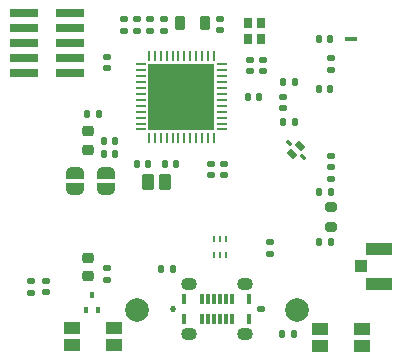
<source format=gbr>
%TF.GenerationSoftware,KiCad,Pcbnew,7.0.7*%
%TF.CreationDate,2023-11-09T15:37:00-05:00*%
%TF.ProjectId,Occupancy_Sensor-A,4f636375-7061-46e6-9379-5f53656e736f,rev?*%
%TF.SameCoordinates,Original*%
%TF.FileFunction,Soldermask,Top*%
%TF.FilePolarity,Negative*%
%FSLAX46Y46*%
G04 Gerber Fmt 4.6, Leading zero omitted, Abs format (unit mm)*
G04 Created by KiCad (PCBNEW 7.0.7) date 2023-11-09 15:37:00*
%MOMM*%
%LPD*%
G01*
G04 APERTURE LIST*
G04 Aperture macros list*
%AMRoundRect*
0 Rectangle with rounded corners*
0 $1 Rounding radius*
0 $2 $3 $4 $5 $6 $7 $8 $9 X,Y pos of 4 corners*
0 Add a 4 corners polygon primitive as box body*
4,1,4,$2,$3,$4,$5,$6,$7,$8,$9,$2,$3,0*
0 Add four circle primitives for the rounded corners*
1,1,$1+$1,$2,$3*
1,1,$1+$1,$4,$5*
1,1,$1+$1,$6,$7*
1,1,$1+$1,$8,$9*
0 Add four rect primitives between the rounded corners*
20,1,$1+$1,$2,$3,$4,$5,0*
20,1,$1+$1,$4,$5,$6,$7,0*
20,1,$1+$1,$6,$7,$8,$9,0*
20,1,$1+$1,$8,$9,$2,$3,0*%
%AMRotRect*
0 Rectangle, with rotation*
0 The origin of the aperture is its center*
0 $1 length*
0 $2 width*
0 $3 Rotation angle, in degrees counterclockwise*
0 Add horizontal line*
21,1,$1,$2,0,0,$3*%
%AMFreePoly0*
4,1,19,0.500000,-0.750000,0.000000,-0.750000,0.000000,-0.744911,-0.071157,-0.744911,-0.207708,-0.704816,-0.327430,-0.627875,-0.420627,-0.520320,-0.479746,-0.390866,-0.500000,-0.250000,-0.500000,0.250000,-0.479746,0.390866,-0.420627,0.520320,-0.327430,0.627875,-0.207708,0.704816,-0.071157,0.744911,0.000000,0.744911,0.000000,0.750000,0.500000,0.750000,0.500000,-0.750000,0.500000,-0.750000,
$1*%
%AMFreePoly1*
4,1,19,0.000000,0.744911,0.071157,0.744911,0.207708,0.704816,0.327430,0.627875,0.420627,0.520320,0.479746,0.390866,0.500000,0.250000,0.500000,-0.250000,0.479746,-0.390866,0.420627,-0.520320,0.327430,-0.627875,0.207708,-0.704816,0.071157,-0.744911,0.000000,-0.744911,0.000000,-0.750000,-0.500000,-0.750000,-0.500000,0.750000,0.000000,0.750000,0.000000,0.744911,0.000000,0.744911,
$1*%
G04 Aperture macros list end*
%ADD10RoundRect,0.147500X0.172500X-0.147500X0.172500X0.147500X-0.172500X0.147500X-0.172500X-0.147500X0*%
%ADD11RotRect,0.500000X0.300000X315.000000*%
%ADD12RotRect,0.800000X0.500000X315.000000*%
%ADD13C,2.000000*%
%ADD14R,0.400000X0.510000*%
%ADD15C,0.520000*%
%ADD16O,0.720000X0.520000*%
%ADD17R,0.300000X0.870000*%
%ADD18O,1.350000X1.100000*%
%ADD19R,1.050000X1.000000*%
%ADD20R,2.200000X1.050000*%
%ADD21R,1.400000X1.050000*%
%ADD22FreePoly0,270.000000*%
%ADD23FreePoly1,270.000000*%
%ADD24RoundRect,0.218750X0.256250X-0.218750X0.256250X0.218750X-0.256250X0.218750X-0.256250X-0.218750X0*%
%ADD25RoundRect,0.140000X-0.140000X-0.170000X0.140000X-0.170000X0.140000X0.170000X-0.140000X0.170000X0*%
%ADD26RoundRect,0.147500X-0.172500X0.147500X-0.172500X-0.147500X0.172500X-0.147500X0.172500X0.147500X0*%
%ADD27RoundRect,0.140000X-0.170000X0.140000X-0.170000X-0.140000X0.170000X-0.140000X0.170000X0.140000X0*%
%ADD28RoundRect,0.135000X0.185000X-0.135000X0.185000X0.135000X-0.185000X0.135000X-0.185000X-0.135000X0*%
%ADD29RoundRect,0.140000X0.140000X0.170000X-0.140000X0.170000X-0.140000X-0.170000X0.140000X-0.170000X0*%
%ADD30R,0.250000X0.600000*%
%ADD31RoundRect,0.075000X0.300000X-0.350000X0.300000X0.350000X-0.300000X0.350000X-0.300000X-0.350000X0*%
%ADD32RoundRect,0.140000X0.170000X-0.140000X0.170000X0.140000X-0.170000X0.140000X-0.170000X-0.140000X0*%
%ADD33RoundRect,0.135000X-0.135000X-0.185000X0.135000X-0.185000X0.135000X0.185000X-0.135000X0.185000X0*%
%ADD34R,2.400000X0.740000*%
%ADD35RoundRect,0.135000X-0.185000X0.135000X-0.185000X-0.135000X0.185000X-0.135000X0.185000X0.135000X0*%
%ADD36RoundRect,0.135000X0.135000X0.185000X-0.135000X0.185000X-0.135000X-0.185000X0.135000X-0.185000X0*%
%ADD37RoundRect,0.062500X0.062500X-0.375000X0.062500X0.375000X-0.062500X0.375000X-0.062500X-0.375000X0*%
%ADD38RoundRect,0.062500X0.375000X-0.062500X0.375000X0.062500X-0.375000X0.062500X-0.375000X-0.062500X0*%
%ADD39R,5.600000X5.600000*%
%ADD40RoundRect,0.100000X0.400000X0.550000X-0.400000X0.550000X-0.400000X-0.550000X0.400000X-0.550000X0*%
%ADD41RoundRect,0.218750X0.218750X0.381250X-0.218750X0.381250X-0.218750X-0.381250X0.218750X-0.381250X0*%
%ADD42RoundRect,0.100000X-0.400000X0.100000X-0.400000X-0.100000X0.400000X-0.100000X0.400000X0.100000X0*%
%ADD43RoundRect,0.200000X-0.275000X0.200000X-0.275000X-0.200000X0.275000X-0.200000X0.275000X0.200000X0*%
G04 APERTURE END LIST*
D10*
%TO.C,L5*%
X157630000Y-105885000D03*
X157630000Y-104915000D03*
%TD*%
D11*
%TO.C,U8*%
X154098959Y-112098959D03*
D12*
X154381802Y-113018198D03*
D11*
X155301041Y-113301041D03*
D12*
X155018198Y-112381802D03*
%TD*%
D13*
%TO.C,TP1*%
X141200000Y-126200000D03*
%TD*%
%TO.C,TP2*%
X154800000Y-126200000D03*
%TD*%
D14*
%TO.C,Q6*%
X137400000Y-124955000D03*
X137900000Y-126245000D03*
X136900000Y-126245000D03*
%TD*%
D15*
%TO.C,J4*%
X144250000Y-126150000D03*
D16*
X151750000Y-126150000D03*
D17*
X145250000Y-125285000D03*
X146750000Y-125285000D03*
X147250000Y-125285000D03*
X147750000Y-125285000D03*
X148250000Y-125285000D03*
X148750000Y-125285000D03*
X149250000Y-125285000D03*
X150750000Y-125285000D03*
X150750000Y-127015000D03*
X149250000Y-127015000D03*
X148750000Y-127015000D03*
X148250000Y-127015000D03*
X147750000Y-127015000D03*
X147250000Y-127015000D03*
X146750000Y-127015000D03*
X145250000Y-127015000D03*
D18*
X145600000Y-124000000D03*
X145600000Y-128300000D03*
X150400000Y-124000000D03*
X150400000Y-128300000D03*
%TD*%
D19*
%TO.C,J3*%
X160225000Y-122550000D03*
D20*
X161750000Y-121075000D03*
X161750000Y-124025000D03*
%TD*%
D21*
%TO.C,SW2*%
X139300000Y-129225000D03*
X135700000Y-129225000D03*
X139300000Y-127775000D03*
X135700000Y-127775000D03*
%TD*%
%TO.C,SW1*%
X156700000Y-127850000D03*
X160300000Y-127850000D03*
X156700000Y-129300000D03*
X160300000Y-129300000D03*
%TD*%
D22*
%TO.C,JP1*%
X138600000Y-114650000D03*
D23*
X138600000Y-115950000D03*
%TD*%
D24*
%TO.C,D2*%
X137050000Y-112687500D03*
X137050000Y-111112500D03*
%TD*%
D25*
%TO.C,C24*%
X153625000Y-106950000D03*
X154585000Y-106950000D03*
%TD*%
D26*
%TO.C,L2*%
X143500000Y-101615000D03*
X143500000Y-102585000D03*
%TD*%
D27*
%TO.C,C10*%
X148600000Y-113870000D03*
X148600000Y-114830000D03*
%TD*%
D28*
%TO.C,R21*%
X132250000Y-124760000D03*
X132250000Y-123740000D03*
%TD*%
D29*
%TO.C,C14*%
X142180000Y-113900000D03*
X141220000Y-113900000D03*
%TD*%
%TO.C,C28*%
X156670000Y-116250000D03*
X157630000Y-116250000D03*
%TD*%
D27*
%TO.C,C31*%
X157630000Y-115130000D03*
X157630000Y-114170000D03*
%TD*%
D30*
%TO.C,U3*%
X147750000Y-121550000D03*
X148250000Y-121550000D03*
X148750000Y-121550000D03*
X148750000Y-120250000D03*
X148250000Y-120250000D03*
X147750000Y-120250000D03*
%TD*%
D27*
%TO.C,C22*%
X150800000Y-105070000D03*
X150800000Y-106030000D03*
%TD*%
%TO.C,C11*%
X147500000Y-113870000D03*
X147500000Y-114830000D03*
%TD*%
D31*
%TO.C,Y2*%
X151725000Y-103275000D03*
X151725000Y-101925000D03*
X150675000Y-101925000D03*
X150675000Y-103275000D03*
%TD*%
D32*
%TO.C,C17*%
X142300000Y-102580000D03*
X142300000Y-101620000D03*
%TD*%
D25*
%TO.C,C13*%
X150620000Y-108200000D03*
X151580000Y-108200000D03*
%TD*%
D33*
%TO.C,R2*%
X153490000Y-128300000D03*
X154510000Y-128300000D03*
%TD*%
D32*
%TO.C,C16*%
X140100000Y-102580000D03*
X140100000Y-101620000D03*
%TD*%
D22*
%TO.C,JP2*%
X136000000Y-114650000D03*
D23*
X136000000Y-115950000D03*
%TD*%
D32*
%TO.C,C26*%
X157630000Y-114130000D03*
X157630000Y-113170000D03*
%TD*%
D29*
%TO.C,C30*%
X157610000Y-103250000D03*
X156650000Y-103250000D03*
%TD*%
D24*
%TO.C,D1*%
X137050000Y-123387500D03*
X137050000Y-121812500D03*
%TD*%
D32*
%TO.C,C15*%
X141200000Y-102580000D03*
X141200000Y-101620000D03*
%TD*%
D33*
%TO.C,R13*%
X136990000Y-109600000D03*
X138010000Y-109600000D03*
%TD*%
D34*
%TO.C,J2*%
X131650000Y-101060000D03*
X135550000Y-101060000D03*
X131650000Y-102330000D03*
X135550000Y-102330000D03*
X131650000Y-103600000D03*
X135550000Y-103600000D03*
X131650000Y-104870000D03*
X135550000Y-104870000D03*
X131650000Y-106140000D03*
X135550000Y-106140000D03*
%TD*%
D25*
%TO.C,C25*%
X153620000Y-110328200D03*
X154580000Y-110328200D03*
%TD*%
D35*
%TO.C,R15*%
X152500000Y-120490000D03*
X152500000Y-121510000D03*
%TD*%
D36*
%TO.C,R1*%
X144310000Y-122800000D03*
X143290000Y-122800000D03*
%TD*%
D35*
%TO.C,R8*%
X138700000Y-122690000D03*
X138700000Y-123710000D03*
%TD*%
D29*
%TO.C,C29*%
X156650000Y-107550000D03*
X157610000Y-107550000D03*
%TD*%
D37*
%TO.C,U6*%
X142250000Y-111637500D03*
X142750000Y-111637500D03*
X143250000Y-111637500D03*
X143750000Y-111637500D03*
X144250000Y-111637500D03*
X144750000Y-111637500D03*
X145250000Y-111637500D03*
X145750000Y-111637500D03*
X146250000Y-111637500D03*
X146750000Y-111637500D03*
X147250000Y-111637500D03*
X147750000Y-111637500D03*
D38*
X148437500Y-110950000D03*
X148437500Y-110450000D03*
X148437500Y-109950000D03*
X148437500Y-109450000D03*
X148437500Y-108950000D03*
X148437500Y-108450000D03*
X148437500Y-107950000D03*
X148437500Y-107450000D03*
X148437500Y-106950000D03*
X148437500Y-106450000D03*
X148437500Y-105950000D03*
X148437500Y-105450000D03*
D37*
X147750000Y-104762500D03*
X147250000Y-104762500D03*
X146750000Y-104762500D03*
X146250000Y-104762500D03*
X145750000Y-104762500D03*
X145250000Y-104762500D03*
X144750000Y-104762500D03*
X144250000Y-104762500D03*
X143750000Y-104762500D03*
X143250000Y-104762500D03*
X142750000Y-104762500D03*
X142250000Y-104762500D03*
D38*
X141562500Y-105450000D03*
X141562500Y-105950000D03*
X141562500Y-106450000D03*
X141562500Y-106950000D03*
X141562500Y-107450000D03*
X141562500Y-107950000D03*
X141562500Y-108450000D03*
X141562500Y-108950000D03*
X141562500Y-109450000D03*
X141562500Y-109950000D03*
X141562500Y-110450000D03*
X141562500Y-110950000D03*
D39*
X145000000Y-108200000D03*
%TD*%
D29*
%TO.C,C18*%
X139380000Y-111900000D03*
X138420000Y-111900000D03*
%TD*%
D40*
%TO.C,Y3*%
X143650000Y-115400000D03*
X142150000Y-115400000D03*
%TD*%
D27*
%TO.C,C23*%
X151900000Y-105070000D03*
X151900000Y-106030000D03*
%TD*%
D29*
%TO.C,C20*%
X139380000Y-113000000D03*
X138420000Y-113000000D03*
%TD*%
%TO.C,C12*%
X144580000Y-113900000D03*
X143620000Y-113900000D03*
%TD*%
D32*
%TO.C,C19*%
X148300000Y-102530000D03*
X148300000Y-101570000D03*
%TD*%
D41*
%TO.C,L1*%
X146962500Y-101950000D03*
X144837500Y-101950000D03*
%TD*%
D42*
%TO.C,AE1*%
X159350000Y-103250000D03*
%TD*%
D43*
%TO.C,L4*%
X157650000Y-117525000D03*
X157650000Y-119175000D03*
%TD*%
D26*
%TO.C,L3*%
X153625000Y-108166000D03*
X153625000Y-109136000D03*
%TD*%
D27*
%TO.C,C9*%
X133500000Y-123770000D03*
X133500000Y-124730000D03*
%TD*%
D32*
%TO.C,C21*%
X138700000Y-105780000D03*
X138700000Y-104820000D03*
%TD*%
D29*
%TO.C,C27*%
X156670000Y-120450000D03*
X157630000Y-120450000D03*
%TD*%
M02*

</source>
